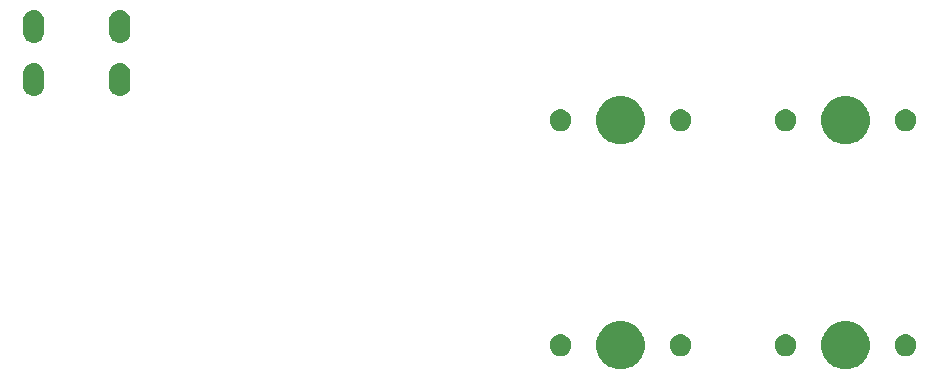
<source format=gts>
G04 #@! TF.GenerationSoftware,KiCad,Pcbnew,(5.1.5)-1*
G04 #@! TF.CreationDate,2021-04-16T13:39:06-04:00*
G04 #@! TF.ProjectId,intro-pcb,696e7472-6f2d-4706-9362-2e6b69636164,rev?*
G04 #@! TF.SameCoordinates,Original*
G04 #@! TF.FileFunction,Soldermask,Top*
G04 #@! TF.FilePolarity,Negative*
%FSLAX46Y46*%
G04 Gerber Fmt 4.6, Leading zero omitted, Abs format (unit mm)*
G04 Created by KiCad (PCBNEW (5.1.5)-1) date 2021-04-16 13:39:06*
%MOMM*%
%LPD*%
G04 APERTURE LIST*
%ADD10C,0.100000*%
G04 APERTURE END LIST*
D10*
G36*
X-351034776Y-56771184D02*
G01*
X-350816776Y-56861483D01*
X-350662627Y-56925333D01*
X-350327702Y-57149123D01*
X-350042873Y-57433952D01*
X-349819083Y-57768877D01*
X-349786688Y-57847086D01*
X-349664934Y-58141026D01*
X-349586350Y-58536094D01*
X-349586350Y-58938906D01*
X-349664934Y-59333974D01*
X-349715799Y-59456772D01*
X-349819083Y-59706123D01*
X-350042873Y-60041048D01*
X-350327702Y-60325877D01*
X-350662627Y-60549667D01*
X-350816776Y-60613517D01*
X-351034776Y-60703816D01*
X-351429844Y-60782400D01*
X-351832656Y-60782400D01*
X-352227724Y-60703816D01*
X-352445724Y-60613517D01*
X-352599873Y-60549667D01*
X-352934798Y-60325877D01*
X-353219627Y-60041048D01*
X-353443417Y-59706123D01*
X-353546701Y-59456772D01*
X-353597566Y-59333974D01*
X-353676150Y-58938906D01*
X-353676150Y-58536094D01*
X-353597566Y-58141026D01*
X-353475812Y-57847086D01*
X-353443417Y-57768877D01*
X-353219627Y-57433952D01*
X-352934798Y-57149123D01*
X-352599873Y-56925333D01*
X-352445724Y-56861483D01*
X-352227724Y-56771184D01*
X-351832656Y-56692600D01*
X-351429844Y-56692600D01*
X-351034776Y-56771184D01*
G37*
G36*
X-331984776Y-56771184D02*
G01*
X-331766776Y-56861483D01*
X-331612627Y-56925333D01*
X-331277702Y-57149123D01*
X-330992873Y-57433952D01*
X-330769083Y-57768877D01*
X-330736688Y-57847086D01*
X-330614934Y-58141026D01*
X-330536350Y-58536094D01*
X-330536350Y-58938906D01*
X-330614934Y-59333974D01*
X-330665799Y-59456772D01*
X-330769083Y-59706123D01*
X-330992873Y-60041048D01*
X-331277702Y-60325877D01*
X-331612627Y-60549667D01*
X-331766776Y-60613517D01*
X-331984776Y-60703816D01*
X-332379844Y-60782400D01*
X-332782656Y-60782400D01*
X-333177724Y-60703816D01*
X-333395724Y-60613517D01*
X-333549873Y-60549667D01*
X-333884798Y-60325877D01*
X-334169627Y-60041048D01*
X-334393417Y-59706123D01*
X-334496701Y-59456772D01*
X-334547566Y-59333974D01*
X-334626150Y-58938906D01*
X-334626150Y-58536094D01*
X-334547566Y-58141026D01*
X-334425812Y-57847086D01*
X-334393417Y-57768877D01*
X-334169627Y-57433952D01*
X-333884798Y-57149123D01*
X-333549873Y-56925333D01*
X-333395724Y-56861483D01*
X-333177724Y-56771184D01*
X-332782656Y-56692600D01*
X-332379844Y-56692600D01*
X-331984776Y-56771184D01*
G37*
G36*
X-327231146Y-57847085D02*
G01*
X-327062624Y-57916889D01*
X-326910959Y-58018228D01*
X-326781978Y-58147209D01*
X-326680639Y-58298874D01*
X-326610835Y-58467396D01*
X-326575250Y-58646297D01*
X-326575250Y-58828703D01*
X-326610835Y-59007604D01*
X-326680639Y-59176126D01*
X-326781978Y-59327791D01*
X-326910959Y-59456772D01*
X-327062624Y-59558111D01*
X-327231146Y-59627915D01*
X-327410047Y-59663500D01*
X-327592453Y-59663500D01*
X-327771354Y-59627915D01*
X-327939876Y-59558111D01*
X-328091541Y-59456772D01*
X-328220522Y-59327791D01*
X-328321861Y-59176126D01*
X-328391665Y-59007604D01*
X-328427250Y-58828703D01*
X-328427250Y-58646297D01*
X-328391665Y-58467396D01*
X-328321861Y-58298874D01*
X-328220522Y-58147209D01*
X-328091541Y-58018228D01*
X-327939876Y-57916889D01*
X-327771354Y-57847085D01*
X-327592453Y-57811500D01*
X-327410047Y-57811500D01*
X-327231146Y-57847085D01*
G37*
G36*
X-337391146Y-57847085D02*
G01*
X-337222624Y-57916889D01*
X-337070959Y-58018228D01*
X-336941978Y-58147209D01*
X-336840639Y-58298874D01*
X-336770835Y-58467396D01*
X-336735250Y-58646297D01*
X-336735250Y-58828703D01*
X-336770835Y-59007604D01*
X-336840639Y-59176126D01*
X-336941978Y-59327791D01*
X-337070959Y-59456772D01*
X-337222624Y-59558111D01*
X-337391146Y-59627915D01*
X-337570047Y-59663500D01*
X-337752453Y-59663500D01*
X-337931354Y-59627915D01*
X-338099876Y-59558111D01*
X-338251541Y-59456772D01*
X-338380522Y-59327791D01*
X-338481861Y-59176126D01*
X-338551665Y-59007604D01*
X-338587250Y-58828703D01*
X-338587250Y-58646297D01*
X-338551665Y-58467396D01*
X-338481861Y-58298874D01*
X-338380522Y-58147209D01*
X-338251541Y-58018228D01*
X-338099876Y-57916889D01*
X-337931354Y-57847085D01*
X-337752453Y-57811500D01*
X-337570047Y-57811500D01*
X-337391146Y-57847085D01*
G37*
G36*
X-346281146Y-57847085D02*
G01*
X-346112624Y-57916889D01*
X-345960959Y-58018228D01*
X-345831978Y-58147209D01*
X-345730639Y-58298874D01*
X-345660835Y-58467396D01*
X-345625250Y-58646297D01*
X-345625250Y-58828703D01*
X-345660835Y-59007604D01*
X-345730639Y-59176126D01*
X-345831978Y-59327791D01*
X-345960959Y-59456772D01*
X-346112624Y-59558111D01*
X-346281146Y-59627915D01*
X-346460047Y-59663500D01*
X-346642453Y-59663500D01*
X-346821354Y-59627915D01*
X-346989876Y-59558111D01*
X-347141541Y-59456772D01*
X-347270522Y-59327791D01*
X-347371861Y-59176126D01*
X-347441665Y-59007604D01*
X-347477250Y-58828703D01*
X-347477250Y-58646297D01*
X-347441665Y-58467396D01*
X-347371861Y-58298874D01*
X-347270522Y-58147209D01*
X-347141541Y-58018228D01*
X-346989876Y-57916889D01*
X-346821354Y-57847085D01*
X-346642453Y-57811500D01*
X-346460047Y-57811500D01*
X-346281146Y-57847085D01*
G37*
G36*
X-356441146Y-57847085D02*
G01*
X-356272624Y-57916889D01*
X-356120959Y-58018228D01*
X-355991978Y-58147209D01*
X-355890639Y-58298874D01*
X-355820835Y-58467396D01*
X-355785250Y-58646297D01*
X-355785250Y-58828703D01*
X-355820835Y-59007604D01*
X-355890639Y-59176126D01*
X-355991978Y-59327791D01*
X-356120959Y-59456772D01*
X-356272624Y-59558111D01*
X-356441146Y-59627915D01*
X-356620047Y-59663500D01*
X-356802453Y-59663500D01*
X-356981354Y-59627915D01*
X-357149876Y-59558111D01*
X-357301541Y-59456772D01*
X-357430522Y-59327791D01*
X-357531861Y-59176126D01*
X-357601665Y-59007604D01*
X-357637250Y-58828703D01*
X-357637250Y-58646297D01*
X-357601665Y-58467396D01*
X-357531861Y-58298874D01*
X-357430522Y-58147209D01*
X-357301541Y-58018228D01*
X-357149876Y-57916889D01*
X-356981354Y-57847085D01*
X-356802453Y-57811500D01*
X-356620047Y-57811500D01*
X-356441146Y-57847085D01*
G37*
G36*
X-351034776Y-37721184D02*
G01*
X-350816776Y-37811483D01*
X-350662627Y-37875333D01*
X-350327702Y-38099123D01*
X-350042873Y-38383952D01*
X-349819083Y-38718877D01*
X-349786688Y-38797086D01*
X-349664934Y-39091026D01*
X-349586350Y-39486094D01*
X-349586350Y-39888906D01*
X-349664934Y-40283974D01*
X-349715799Y-40406772D01*
X-349819083Y-40656123D01*
X-350042873Y-40991048D01*
X-350327702Y-41275877D01*
X-350662627Y-41499667D01*
X-350816776Y-41563517D01*
X-351034776Y-41653816D01*
X-351429844Y-41732400D01*
X-351832656Y-41732400D01*
X-352227724Y-41653816D01*
X-352445724Y-41563517D01*
X-352599873Y-41499667D01*
X-352934798Y-41275877D01*
X-353219627Y-40991048D01*
X-353443417Y-40656123D01*
X-353546701Y-40406772D01*
X-353597566Y-40283974D01*
X-353676150Y-39888906D01*
X-353676150Y-39486094D01*
X-353597566Y-39091026D01*
X-353475812Y-38797086D01*
X-353443417Y-38718877D01*
X-353219627Y-38383952D01*
X-352934798Y-38099123D01*
X-352599873Y-37875333D01*
X-352445724Y-37811483D01*
X-352227724Y-37721184D01*
X-351832656Y-37642600D01*
X-351429844Y-37642600D01*
X-351034776Y-37721184D01*
G37*
G36*
X-331984776Y-37721184D02*
G01*
X-331766776Y-37811483D01*
X-331612627Y-37875333D01*
X-331277702Y-38099123D01*
X-330992873Y-38383952D01*
X-330769083Y-38718877D01*
X-330736688Y-38797086D01*
X-330614934Y-39091026D01*
X-330536350Y-39486094D01*
X-330536350Y-39888906D01*
X-330614934Y-40283974D01*
X-330665799Y-40406772D01*
X-330769083Y-40656123D01*
X-330992873Y-40991048D01*
X-331277702Y-41275877D01*
X-331612627Y-41499667D01*
X-331766776Y-41563517D01*
X-331984776Y-41653816D01*
X-332379844Y-41732400D01*
X-332782656Y-41732400D01*
X-333177724Y-41653816D01*
X-333395724Y-41563517D01*
X-333549873Y-41499667D01*
X-333884798Y-41275877D01*
X-334169627Y-40991048D01*
X-334393417Y-40656123D01*
X-334496701Y-40406772D01*
X-334547566Y-40283974D01*
X-334626150Y-39888906D01*
X-334626150Y-39486094D01*
X-334547566Y-39091026D01*
X-334425812Y-38797086D01*
X-334393417Y-38718877D01*
X-334169627Y-38383952D01*
X-333884798Y-38099123D01*
X-333549873Y-37875333D01*
X-333395724Y-37811483D01*
X-333177724Y-37721184D01*
X-332782656Y-37642600D01*
X-332379844Y-37642600D01*
X-331984776Y-37721184D01*
G37*
G36*
X-327231146Y-38797085D02*
G01*
X-327062624Y-38866889D01*
X-326910959Y-38968228D01*
X-326781978Y-39097209D01*
X-326680639Y-39248874D01*
X-326610835Y-39417396D01*
X-326575250Y-39596297D01*
X-326575250Y-39778703D01*
X-326610835Y-39957604D01*
X-326680639Y-40126126D01*
X-326781978Y-40277791D01*
X-326910959Y-40406772D01*
X-327062624Y-40508111D01*
X-327231146Y-40577915D01*
X-327410047Y-40613500D01*
X-327592453Y-40613500D01*
X-327771354Y-40577915D01*
X-327939876Y-40508111D01*
X-328091541Y-40406772D01*
X-328220522Y-40277791D01*
X-328321861Y-40126126D01*
X-328391665Y-39957604D01*
X-328427250Y-39778703D01*
X-328427250Y-39596297D01*
X-328391665Y-39417396D01*
X-328321861Y-39248874D01*
X-328220522Y-39097209D01*
X-328091541Y-38968228D01*
X-327939876Y-38866889D01*
X-327771354Y-38797085D01*
X-327592453Y-38761500D01*
X-327410047Y-38761500D01*
X-327231146Y-38797085D01*
G37*
G36*
X-356441146Y-38797085D02*
G01*
X-356272624Y-38866889D01*
X-356120959Y-38968228D01*
X-355991978Y-39097209D01*
X-355890639Y-39248874D01*
X-355820835Y-39417396D01*
X-355785250Y-39596297D01*
X-355785250Y-39778703D01*
X-355820835Y-39957604D01*
X-355890639Y-40126126D01*
X-355991978Y-40277791D01*
X-356120959Y-40406772D01*
X-356272624Y-40508111D01*
X-356441146Y-40577915D01*
X-356620047Y-40613500D01*
X-356802453Y-40613500D01*
X-356981354Y-40577915D01*
X-357149876Y-40508111D01*
X-357301541Y-40406772D01*
X-357430522Y-40277791D01*
X-357531861Y-40126126D01*
X-357601665Y-39957604D01*
X-357637250Y-39778703D01*
X-357637250Y-39596297D01*
X-357601665Y-39417396D01*
X-357531861Y-39248874D01*
X-357430522Y-39097209D01*
X-357301541Y-38968228D01*
X-357149876Y-38866889D01*
X-356981354Y-38797085D01*
X-356802453Y-38761500D01*
X-356620047Y-38761500D01*
X-356441146Y-38797085D01*
G37*
G36*
X-346281146Y-38797085D02*
G01*
X-346112624Y-38866889D01*
X-345960959Y-38968228D01*
X-345831978Y-39097209D01*
X-345730639Y-39248874D01*
X-345660835Y-39417396D01*
X-345625250Y-39596297D01*
X-345625250Y-39778703D01*
X-345660835Y-39957604D01*
X-345730639Y-40126126D01*
X-345831978Y-40277791D01*
X-345960959Y-40406772D01*
X-346112624Y-40508111D01*
X-346281146Y-40577915D01*
X-346460047Y-40613500D01*
X-346642453Y-40613500D01*
X-346821354Y-40577915D01*
X-346989876Y-40508111D01*
X-347141541Y-40406772D01*
X-347270522Y-40277791D01*
X-347371861Y-40126126D01*
X-347441665Y-39957604D01*
X-347477250Y-39778703D01*
X-347477250Y-39596297D01*
X-347441665Y-39417396D01*
X-347371861Y-39248874D01*
X-347270522Y-39097209D01*
X-347141541Y-38968228D01*
X-346989876Y-38866889D01*
X-346821354Y-38797085D01*
X-346642453Y-38761500D01*
X-346460047Y-38761500D01*
X-346281146Y-38797085D01*
G37*
G36*
X-337391146Y-38797085D02*
G01*
X-337222624Y-38866889D01*
X-337070959Y-38968228D01*
X-336941978Y-39097209D01*
X-336840639Y-39248874D01*
X-336770835Y-39417396D01*
X-336735250Y-39596297D01*
X-336735250Y-39778703D01*
X-336770835Y-39957604D01*
X-336840639Y-40126126D01*
X-336941978Y-40277791D01*
X-337070959Y-40406772D01*
X-337222624Y-40508111D01*
X-337391146Y-40577915D01*
X-337570047Y-40613500D01*
X-337752453Y-40613500D01*
X-337931354Y-40577915D01*
X-338099876Y-40508111D01*
X-338251541Y-40406772D01*
X-338380522Y-40277791D01*
X-338481861Y-40126126D01*
X-338551665Y-39957604D01*
X-338587250Y-39778703D01*
X-338587250Y-39596297D01*
X-338551665Y-39417396D01*
X-338481861Y-39248874D01*
X-338380522Y-39097209D01*
X-338251541Y-38968228D01*
X-338099876Y-38866889D01*
X-337931354Y-38797085D01*
X-337752453Y-38761500D01*
X-337570047Y-38761500D01*
X-337391146Y-38797085D01*
G37*
G36*
X-401142123Y-34862037D02*
G01*
X-400972284Y-34913557D01*
X-400815759Y-34997222D01*
X-400780021Y-35026552D01*
X-400678564Y-35109814D01*
X-400595302Y-35211271D01*
X-400565972Y-35247009D01*
X-400482307Y-35403534D01*
X-400430787Y-35573373D01*
X-400417750Y-35705742D01*
X-400417750Y-36794258D01*
X-400430787Y-36926627D01*
X-400482307Y-37096466D01*
X-400565972Y-37252991D01*
X-400595302Y-37288729D01*
X-400678564Y-37390186D01*
X-400815761Y-37502779D01*
X-400972283Y-37586442D01*
X-400972285Y-37586443D01*
X-401142124Y-37637963D01*
X-401318750Y-37655359D01*
X-401495377Y-37637963D01*
X-401665216Y-37586443D01*
X-401821741Y-37502778D01*
X-401857479Y-37473448D01*
X-401958936Y-37390186D01*
X-402071529Y-37252989D01*
X-402155192Y-37096467D01*
X-402155193Y-37096465D01*
X-402206713Y-36926626D01*
X-402219750Y-36794257D01*
X-402219749Y-35705742D01*
X-402206712Y-35573373D01*
X-402155192Y-35403534D01*
X-402071527Y-35247009D01*
X-402042197Y-35211271D01*
X-401958935Y-35109814D01*
X-401857478Y-35026552D01*
X-401821740Y-34997222D01*
X-401665215Y-34913557D01*
X-401495376Y-34862037D01*
X-401318750Y-34844641D01*
X-401142123Y-34862037D01*
G37*
G36*
X-393842123Y-34862037D02*
G01*
X-393672284Y-34913557D01*
X-393515759Y-34997222D01*
X-393480021Y-35026552D01*
X-393378564Y-35109814D01*
X-393295302Y-35211271D01*
X-393265972Y-35247009D01*
X-393182307Y-35403534D01*
X-393130787Y-35573373D01*
X-393117750Y-35705742D01*
X-393117750Y-36794258D01*
X-393130787Y-36926627D01*
X-393182307Y-37096466D01*
X-393265972Y-37252991D01*
X-393295302Y-37288729D01*
X-393378564Y-37390186D01*
X-393515761Y-37502779D01*
X-393672283Y-37586442D01*
X-393672285Y-37586443D01*
X-393842124Y-37637963D01*
X-394018750Y-37655359D01*
X-394195377Y-37637963D01*
X-394365216Y-37586443D01*
X-394521741Y-37502778D01*
X-394557479Y-37473448D01*
X-394658936Y-37390186D01*
X-394771529Y-37252989D01*
X-394855192Y-37096467D01*
X-394855193Y-37096465D01*
X-394906713Y-36926626D01*
X-394919750Y-36794257D01*
X-394919749Y-35705742D01*
X-394906712Y-35573373D01*
X-394855192Y-35403534D01*
X-394771527Y-35247009D01*
X-394742197Y-35211271D01*
X-394658935Y-35109814D01*
X-394557478Y-35026552D01*
X-394521740Y-34997222D01*
X-394365215Y-34913557D01*
X-394195376Y-34862037D01*
X-394018750Y-34844641D01*
X-393842123Y-34862037D01*
G37*
G36*
X-401142123Y-30362037D02*
G01*
X-400972284Y-30413557D01*
X-400815759Y-30497222D01*
X-400780021Y-30526552D01*
X-400678564Y-30609814D01*
X-400595302Y-30711271D01*
X-400565972Y-30747009D01*
X-400482307Y-30903534D01*
X-400430787Y-31073373D01*
X-400417750Y-31205742D01*
X-400417750Y-32294258D01*
X-400430787Y-32426627D01*
X-400482307Y-32596466D01*
X-400565972Y-32752991D01*
X-400595302Y-32788729D01*
X-400678564Y-32890186D01*
X-400815761Y-33002779D01*
X-400972283Y-33086442D01*
X-400972285Y-33086443D01*
X-401142124Y-33137963D01*
X-401318750Y-33155359D01*
X-401495377Y-33137963D01*
X-401665216Y-33086443D01*
X-401821741Y-33002778D01*
X-401857479Y-32973448D01*
X-401958936Y-32890186D01*
X-402071529Y-32752989D01*
X-402155192Y-32596467D01*
X-402155193Y-32596465D01*
X-402206713Y-32426626D01*
X-402219750Y-32294257D01*
X-402219749Y-31205742D01*
X-402206712Y-31073373D01*
X-402155192Y-30903534D01*
X-402071527Y-30747009D01*
X-402042197Y-30711271D01*
X-401958935Y-30609814D01*
X-401857478Y-30526552D01*
X-401821740Y-30497222D01*
X-401665215Y-30413557D01*
X-401495376Y-30362037D01*
X-401318750Y-30344641D01*
X-401142123Y-30362037D01*
G37*
G36*
X-393842123Y-30362037D02*
G01*
X-393672284Y-30413557D01*
X-393515759Y-30497222D01*
X-393480021Y-30526552D01*
X-393378564Y-30609814D01*
X-393295302Y-30711271D01*
X-393265972Y-30747009D01*
X-393182307Y-30903534D01*
X-393130787Y-31073373D01*
X-393117750Y-31205742D01*
X-393117750Y-32294258D01*
X-393130787Y-32426627D01*
X-393182307Y-32596466D01*
X-393265972Y-32752991D01*
X-393295302Y-32788729D01*
X-393378564Y-32890186D01*
X-393515761Y-33002779D01*
X-393672283Y-33086442D01*
X-393672285Y-33086443D01*
X-393842124Y-33137963D01*
X-394018750Y-33155359D01*
X-394195377Y-33137963D01*
X-394365216Y-33086443D01*
X-394521741Y-33002778D01*
X-394557479Y-32973448D01*
X-394658936Y-32890186D01*
X-394771529Y-32752989D01*
X-394855192Y-32596467D01*
X-394855193Y-32596465D01*
X-394906713Y-32426626D01*
X-394919750Y-32294257D01*
X-394919749Y-31205742D01*
X-394906712Y-31073373D01*
X-394855192Y-30903534D01*
X-394771527Y-30747009D01*
X-394742197Y-30711271D01*
X-394658935Y-30609814D01*
X-394557478Y-30526552D01*
X-394521740Y-30497222D01*
X-394365215Y-30413557D01*
X-394195376Y-30362037D01*
X-394018750Y-30344641D01*
X-393842123Y-30362037D01*
G37*
M02*

</source>
